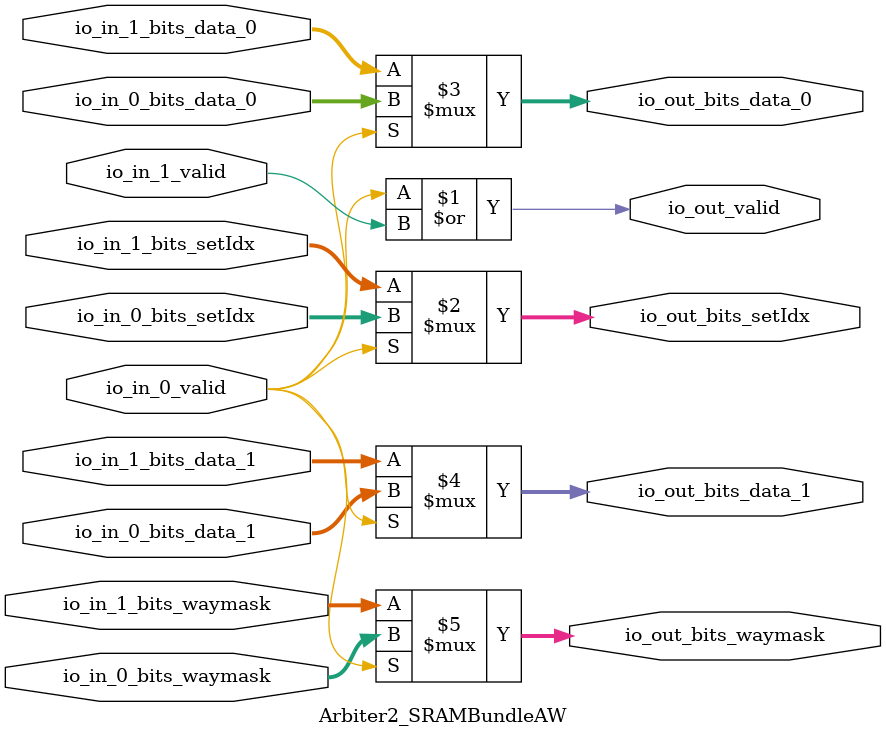
<source format=sv>
`ifndef RANDOMIZE
  `ifdef RANDOMIZE_MEM_INIT
    `define RANDOMIZE
  `endif // RANDOMIZE_MEM_INIT
`endif // not def RANDOMIZE
`ifndef RANDOMIZE
  `ifdef RANDOMIZE_REG_INIT
    `define RANDOMIZE
  `endif // RANDOMIZE_REG_INIT
`endif // not def RANDOMIZE

`ifndef RANDOM
  `define RANDOM $random
`endif // not def RANDOM

// Users can define INIT_RANDOM as general code that gets injected into the
// initializer block for modules with registers.
`ifndef INIT_RANDOM
  `define INIT_RANDOM
`endif // not def INIT_RANDOM

// If using random initialization, you can also define RANDOMIZE_DELAY to
// customize the delay used, otherwise 0.002 is used.
`ifndef RANDOMIZE_DELAY
  `define RANDOMIZE_DELAY 0.002
`endif // not def RANDOMIZE_DELAY

// Define INIT_RANDOM_PROLOG_ for use in our modules below.
`ifndef INIT_RANDOM_PROLOG_
  `ifdef RANDOMIZE
    `ifdef VERILATOR
      `define INIT_RANDOM_PROLOG_ `INIT_RANDOM
    `else  // VERILATOR
      `define INIT_RANDOM_PROLOG_ `INIT_RANDOM #`RANDOMIZE_DELAY begin end
    `endif // VERILATOR
  `else  // RANDOMIZE
    `define INIT_RANDOM_PROLOG_
  `endif // RANDOMIZE
`endif // not def INIT_RANDOM_PROLOG_

// Include register initializers in init blocks unless synthesis is set
`ifndef SYNTHESIS
  `ifndef ENABLE_INITIAL_REG_
    `define ENABLE_INITIAL_REG_
  `endif // not def ENABLE_INITIAL_REG_
`endif // not def SYNTHESIS

// Include rmemory initializers in init blocks unless synthesis is set
`ifndef SYNTHESIS
  `ifndef ENABLE_INITIAL_MEM_
    `define ENABLE_INITIAL_MEM_
  `endif // not def ENABLE_INITIAL_MEM_
`endif // not def SYNTHESIS

// Standard header to adapt well known macros for prints and assertions.

// Users can define 'PRINTF_COND' to add an extra gate to prints.
`ifndef PRINTF_COND_
  `ifdef PRINTF_COND
    `define PRINTF_COND_ (`PRINTF_COND)
  `else  // PRINTF_COND
    `define PRINTF_COND_ 1
  `endif // PRINTF_COND
`endif // not def PRINTF_COND_

// Users can define 'ASSERT_VERBOSE_COND' to add an extra gate to assert error printing.
`ifndef ASSERT_VERBOSE_COND_
  `ifdef ASSERT_VERBOSE_COND
    `define ASSERT_VERBOSE_COND_ (`ASSERT_VERBOSE_COND)
  `else  // ASSERT_VERBOSE_COND
    `define ASSERT_VERBOSE_COND_ 1
  `endif // ASSERT_VERBOSE_COND
`endif // not def ASSERT_VERBOSE_COND_

// Users can define 'STOP_COND' to add an extra gate to stop conditions.
`ifndef STOP_COND_
  `ifdef STOP_COND
    `define STOP_COND_ (`STOP_COND)
  `else  // STOP_COND
    `define STOP_COND_ 1
  `endif // STOP_COND
`endif // not def STOP_COND_

module Arbiter2_SRAMBundleAW(	// src/main/scala/chisel3/util/Arbiter.scala:133:7
  input        io_in_0_valid,	// src/main/scala/chisel3/util/Arbiter.scala:140:14
  input  [7:0] io_in_0_bits_setIdx,	// src/main/scala/chisel3/util/Arbiter.scala:140:14
  input  [9:0] io_in_0_bits_data_0,	// src/main/scala/chisel3/util/Arbiter.scala:140:14
               io_in_0_bits_data_1,	// src/main/scala/chisel3/util/Arbiter.scala:140:14
  input  [1:0] io_in_0_bits_waymask,	// src/main/scala/chisel3/util/Arbiter.scala:140:14
  input        io_in_1_valid,	// src/main/scala/chisel3/util/Arbiter.scala:140:14
  input  [7:0] io_in_1_bits_setIdx,	// src/main/scala/chisel3/util/Arbiter.scala:140:14
  input  [9:0] io_in_1_bits_data_0,	// src/main/scala/chisel3/util/Arbiter.scala:140:14
               io_in_1_bits_data_1,	// src/main/scala/chisel3/util/Arbiter.scala:140:14
  input  [1:0] io_in_1_bits_waymask,	// src/main/scala/chisel3/util/Arbiter.scala:140:14
  output       io_out_valid,	// src/main/scala/chisel3/util/Arbiter.scala:140:14
  output [7:0] io_out_bits_setIdx,	// src/main/scala/chisel3/util/Arbiter.scala:140:14
  output [9:0] io_out_bits_data_0,	// src/main/scala/chisel3/util/Arbiter.scala:140:14
               io_out_bits_data_1,	// src/main/scala/chisel3/util/Arbiter.scala:140:14
  output [1:0] io_out_bits_waymask	// src/main/scala/chisel3/util/Arbiter.scala:140:14
);

  assign io_out_valid = io_in_0_valid | io_in_1_valid;	// src/main/scala/chisel3/util/Arbiter.scala:133:7, :154:31
  assign io_out_bits_setIdx = io_in_0_valid ? io_in_0_bits_setIdx : io_in_1_bits_setIdx;	// src/main/scala/chisel3/util/Arbiter.scala:133:7, :143:15, :145:26, :147:19
  assign io_out_bits_data_0 = io_in_0_valid ? io_in_0_bits_data_0 : io_in_1_bits_data_0;	// src/main/scala/chisel3/util/Arbiter.scala:133:7, :143:15, :145:26, :147:19
  assign io_out_bits_data_1 = io_in_0_valid ? io_in_0_bits_data_1 : io_in_1_bits_data_1;	// src/main/scala/chisel3/util/Arbiter.scala:133:7, :143:15, :145:26, :147:19
  assign io_out_bits_waymask =
    io_in_0_valid ? io_in_0_bits_waymask : io_in_1_bits_waymask;	// src/main/scala/chisel3/util/Arbiter.scala:133:7, :143:15, :145:26, :147:19
endmodule


</source>
